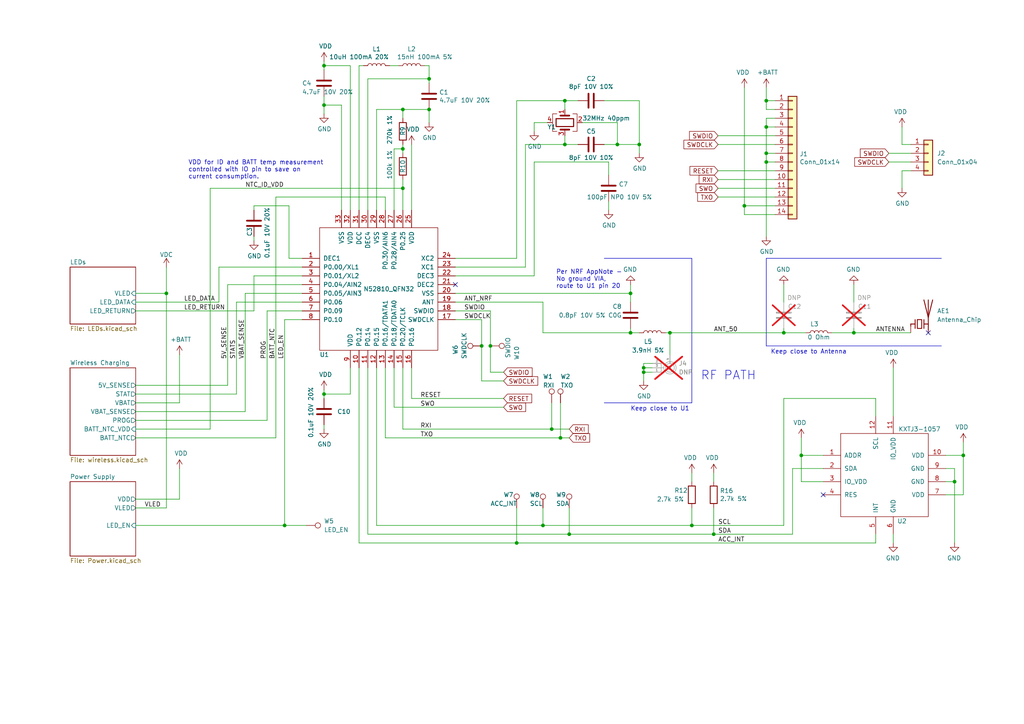
<source format=kicad_sch>
(kicad_sch (version 20230121) (generator eeschema)
  (paper "A4")
  (title_block (title "Pixels D20 Schematic, Main") (date "2021-06-23") (rev "2") (company "Systemic Games, LLC"))
  (lib_symbols
    (symbol "Connector_Generic:Conn_01x04" (pin_names (offset 1.016) hide)
      (property "Reference" "J" (at 0 5.08 0))
      (property "Value" "Conn_01x04" (at 0 -7.62 0))
      (symbol "Conn_01x04_1_1"
        (rectangle (start -1.27 -4.953) (end 0 -5.207) (stroke (width 0.1524)))
        (rectangle (start -1.27 -2.413) (end 0 -2.667) (stroke (width 0.1524)))
        (rectangle (start -1.27 0.127) (end 0 -0.127) (stroke (width 0.1524)))
        (rectangle (start -1.27 2.667) (end 0 2.413) (stroke (width 0.1524)))
        (rectangle (start -1.27 3.81) (end 1.27 -6.35) (stroke (width 0.254)) (fill (type background)))
        (pin passive line (at -5.08 2.54 0) (length 3.81) (name "Pin_1") (number "1"))
        (pin passive line (at -5.08 0 0) (length 3.81) (name "Pin_2") (number "2"))
        (pin passive line (at -5.08 -2.54 0) (length 3.81) (name "Pin_3") (number "3"))
        (pin passive line (at -5.08 -5.08 0) (length 3.81) (name "Pin_4") (number "4"))
      )
    )
    (symbol "Connector_Generic:Conn_01x14" (pin_names (offset 1.016) hide)
      (property "Reference" "J" (at 0 17.78 0))
      (property "Value" "Conn_01x14" (at 0 -20.32 0))
      (symbol "Conn_01x14_1_1"
        (rectangle (start -1.27 -17.653) (end 0 -17.907) (stroke (width 0.1524)))
        (rectangle (start -1.27 -15.113) (end 0 -15.367) (stroke (width 0.1524)))
        (rectangle (start -1.27 -12.573) (end 0 -12.827) (stroke (width 0.1524)))
        (rectangle (start -1.27 -10.033) (end 0 -10.287) (stroke (width 0.1524)))
        (rectangle (start -1.27 -7.493) (end 0 -7.747) (stroke (width 0.1524)))
        (rectangle (start -1.27 -4.953) (end 0 -5.207) (stroke (width 0.1524)))
        (rectangle (start -1.27 -2.413) (end 0 -2.667) (stroke (width 0.1524)))
        (rectangle (start -1.27 0.127) (end 0 -0.127) (stroke (width 0.1524)))
        (rectangle (start -1.27 2.667) (end 0 2.413) (stroke (width 0.1524)))
        (rectangle (start -1.27 5.207) (end 0 4.953) (stroke (width 0.1524)))
        (rectangle (start -1.27 7.747) (end 0 7.493) (stroke (width 0.1524)))
        (rectangle (start -1.27 10.287) (end 0 10.033) (stroke (width 0.1524)))
        (rectangle (start -1.27 12.827) (end 0 12.573) (stroke (width 0.1524)))
        (rectangle (start -1.27 15.367) (end 0 15.113) (stroke (width 0.1524)))
        (rectangle (start -1.27 16.51) (end 1.27 -19.05) (stroke (width 0.254)) (fill (type background)))
        (pin passive line (at -5.08 15.24 0) (length 3.81) (name "Pin_1") (number "1"))
        (pin passive line (at -5.08 -7.62 0) (length 3.81) (name "Pin_10") (number "10"))
        (pin passive line (at -5.08 -10.16 0) (length 3.81) (name "Pin_11") (number "11"))
        (pin passive line (at -5.08 -12.7 0) (length 3.81) (name "Pin_12") (number "12"))
        (pin passive line (at -5.08 -15.24 0) (length 3.81) (name "Pin_13") (number "13"))
        (pin passive line (at -5.08 -17.78 0) (length 3.81) (name "Pin_14") (number "14"))
        (pin passive line (at -5.08 12.7 0) (length 3.81) (name "Pin_2") (number "2"))
        (pin passive line (at -5.08 10.16 0) (length 3.81) (name "Pin_3") (number "3"))
        (pin passive line (at -5.08 7.62 0) (length 3.81) (name "Pin_4") (number "4"))
        (pin passive line (at -5.08 5.08 0) (length 3.81) (name "Pin_5") (number "5"))
        (pin passive line (at -5.08 2.54 0) (length 3.81) (name "Pin_6") (number "6"))
        (pin passive line (at -5.08 0 0) (length 3.81) (name "Pin_7") (number "7"))
        (pin passive line (at -5.08 -2.54 0) (length 3.81) (name "Pin_8") (number "8"))
        (pin passive line (at -5.08 -5.08 0) (length 3.81) (name "Pin_9") (number "9"))
      )
    )
    (symbol "Device:Antenna_Chip" (pin_numbers hide) (pin_names (offset 1.016) hide)
      (property "Reference" "AE" (at 0 5.08 0))
      (property "Value" "Antenna_Chip" (at 0 3.175 0))
      (symbol "Antenna_Chip_0_1"
        (polyline (pts (xy -2.54 0) (xy -2.54 -0.635)) (stroke (width 0.254)))
        (polyline (pts (xy -2.54 0) (xy -1.27 0)) (stroke (width 0.254)))
        (polyline (pts (xy 1.27 0) (xy 2.54 0)) (stroke (width 0.254)))
        (polyline (pts (xy 1.27 1.27) (xy 1.27 -1.27)) (stroke (width 0.254)))
        (polyline (pts (xy 2.54 -0.635) (xy 2.54 0)))
        (polyline (pts (xy 2.54 6.985) (xy 2.54 -1.905)) (stroke (width 0.254)))
        (polyline (pts (xy -1.27 1.27) (xy -1.27 -1.27) (xy -1.27 0)) (stroke (width 0.254)))
        (polyline (pts (xy 3.81 6.985) (xy 2.54 1.905) (xy 1.27 6.985)) (stroke (width 0.254)))
        (polyline (pts (xy -0.635 1.27) (xy 0.635 1.27) (xy 0.635 -1.27) (xy -0.635 -1.27) (xy -0.635 1.27)) (stroke (width 0.254)))
      )
      (symbol "Antenna_Chip_1_1"
        (pin input line (at -2.54 -2.54 90) (length 2.54) (name "FEED") (number "1"))
        (pin passive line (at 2.54 -2.54 90) (length 2.54) (name "PCB_Trace") (number "2"))
      )
    )
    (symbol "Device:C" (pin_numbers hide) (pin_names (offset 0.254))
      (property "Reference" "C" (at 0.635 2.54 0))
      (property "Value" "C" (at 0.635 -2.54 0))
      (symbol "C_0_1"
        (polyline (pts (xy -2.032 -0.762) (xy 2.032 -0.762)) (stroke (width 0.508)))
        (polyline (pts (xy -2.032 0.762) (xy 2.032 0.762)) (stroke (width 0.508)))
      )
      (symbol "C_1_1"
        (pin passive line (at 0 3.81 270) (length 2.794) (name "~") (number "1"))
        (pin passive line (at 0 -3.81 90) (length 2.794) (name "~") (number "2"))
      )
    )
    (symbol "Device:Crystal_GND24" (pin_names (offset 1.016) hide)
      (property "Reference" "Y" (at 3.175 5.08 0))
      (property "Value" "Crystal_GND24" (at 3.175 3.175 0))
      (symbol "Crystal_GND24_0_1"
        (rectangle (start -1.143 2.54) (end 1.143 -2.54) (stroke (width 0.3048)))
        (polyline (pts (xy -2.54 0) (xy -2.032 0)))
        (polyline (pts (xy -2.032 -1.27) (xy -2.032 1.27)) (stroke (width 0.508)))
        (polyline (pts (xy 0 -3.81) (xy 0 -3.556)))
        (polyline (pts (xy 0 3.556) (xy 0 3.81)))
        (polyline (pts (xy 2.032 -1.27) (xy 2.032 1.27)) (stroke (width 0.508)))
        (polyline (pts (xy 2.032 0) (xy 2.54 0)))
        (polyline (pts (xy -2.54 -2.286) (xy -2.54 -3.556) (xy 2.54 -3.556) (xy 2.54 -2.286)))
        (polyline (pts (xy -2.54 2.286) (xy -2.54 3.556) (xy 2.54 3.556) (xy 2.54 2.286)))
      )
      (symbol "Crystal_GND24_1_1"
        (pin passive line (at -3.81 0 0) (length 1.27) (name "1") (number "1"))
        (pin passive line (at 0 5.08 270) (length 1.27) (name "2") (number "2"))
        (pin passive line (at 3.81 0 180) (length 1.27) (name "3") (number "3"))
        (pin passive line (at 0 -5.08 90) (length 1.27) (name "4") (number "4"))
      )
    )
    (symbol "Device:L" (pin_numbers hide) (pin_names (offset 1.016) hide)
      (property "Reference" "L" (at -1.27 0 90))
      (property "Value" "L" (at 1.905 0 90))
      (symbol "L_0_1"
        (arc (start 0 -2.54) (mid 0.6323 -1.905) (end 0 -1.27))
        (arc (start 0 -1.27) (mid 0.6323 -0.635) (end 0 0))
        (arc (start 0 0) (mid 0.6323 0.635) (end 0 1.27))
        (arc (start 0 1.27) (mid 0.6323 1.905) (end 0 2.54))
      )
      (symbol "L_1_1"
        (pin passive line (at 0 3.81 270) (length 1.27) (name "1") (number "1"))
        (pin passive line (at 0 -3.81 90) (length 1.27) (name "2") (number "2"))
      )
    )
    (symbol "Device:R" (pin_numbers hide) (pin_names (offset 0))
      (property "Reference" "R" (at 2.032 0 90))
      (property "Value" "R" (at 0 0 90))
      (symbol "R_0_1"
        (rectangle (start -1.016 -2.54) (end 1.016 2.54) (stroke (width 0.254)))
      )
      (symbol "R_1_1"
        (pin passive line (at 0 3.81 270) (length 1.27) (name "~") (number "1"))
        (pin passive line (at 0 -3.81 90) (length 1.27) (name "~") (number "2"))
      )
    )
    (symbol "Pixels-dice:KXTJ3-1057" (pin_names (offset 1.016))
      (property "Reference" "U" (at 10.16 -12.7 0))
      (property "Value" "KXTJ3-1057" (at 8.89 13.97 0))
      (symbol "KXTJ3-1057_0_1"
        (rectangle (start -12.7 12.7) (end 12.7 -11.43))
      )
      (symbol "KXTJ3-1057_1_1"
        (pin input line (at -17.78 6.35 0) (length 5.08) (name "ADDR") (number "1"))
        (pin power_in line (at 17.78 6.35 180) (length 5.08) (name "VDD") (number "10"))
        (pin power_in line (at 2.54 17.78 270) (length 5.08) (name "IO_VDD") (number "11"))
        (pin input line (at -2.54 17.78 270) (length 5.08) (name "SCL") (number "12"))
        (pin bidirectional line (at -17.78 2.54 0) (length 5.08) (name "SDA") (number "2"))
        (pin power_in line (at -17.78 -1.27 0) (length 5.08) (name "IO_VDD") (number "3"))
        (pin passive line (at -17.78 -5.08 0) (length 5.08) (name "RES") (number "4"))
        (pin output line (at -2.54 -16.51 90) (length 5.08) (name "INT") (number "5"))
        (pin power_in line (at 2.54 -16.51 90) (length 5.08) (name "GND") (number "6"))
        (pin power_in line (at 17.78 -5.08 180) (length 5.08) (name "VDD") (number "7"))
        (pin power_in line (at 17.78 -1.27 180) (length 5.08) (name "GND") (number "8"))
        (pin power_in line (at 17.78 2.54 180) (length 5.08) (name "GND") (number "9"))
      )
    )
    (symbol "Pixels-dice:N52810_QFN32" (pin_names (offset 1.016))
      (property "Reference" "U" (at 13.97 -19.05 0))
      (property "Value" "N52810_QFN32" (at 2.54 0 0))
      (symbol "N52810_QFN32_0_1"
        (rectangle (start -17.78 17.78) (end 16.51 -17.78))
      )
      (symbol "N52810_QFN32_1_1"
        (pin power_out line (at -22.86 8.89 0) (length 5.08) (name "DEC1") (number "1"))
        (pin bidirectional line (at -6.35 -22.86 90) (length 5.08) (name "P0.12") (number "10"))
        (pin bidirectional line (at -3.81 -22.86 90) (length 5.08) (name "P0.14") (number "11"))
        (pin bidirectional line (at -1.27 -22.86 90) (length 5.08) (name "P0.15") (number "12"))
        (pin bidirectional line (at 1.27 -22.86 90) (length 5.08) (name "P0.16/TDATA1") (number "13"))
        (pin bidirectional line (at 3.81 -22.86 90) (length 5.08) (name "P0.18/TDATA0") (number "14"))
        (pin bidirectional line (at 6.35 -22.86 90) (length 5.08) (name "P0.20/TCLK") (number "15"))
        (pin bidirectional line (at 8.89 -22.86 90) (length 5.08) (name "P0.16") (number "16"))
        (pin bidirectional line (at 21.59 -8.89 180) (length 5.08) (name "SWDCLK") (number "17"))
        (pin bidirectional line (at 21.59 -6.35 180) (length 5.08) (name "SWDIO") (number "18"))
        (pin output line (at 21.59 -3.81 180) (length 5.08) (name "ANT") (number "19"))
        (pin bidirectional line (at -22.86 6.35 0) (length 5.08) (name "P0.00/XL1") (number "2"))
        (pin output line (at 21.59 -1.27 180) (length 5.08) (name "VSS") (number "20"))
        (pin output line (at 21.59 1.27 180) (length 5.08) (name "DEC2") (number "21"))
        (pin output line (at 21.59 3.81 180) (length 5.08) (name "DEC3") (number "22"))
        (pin output line (at 21.59 6.35 180) (length 5.08) (name "XC1") (number "23"))
        (pin input line (at 21.59 8.89 180) (length 5.08) (name "XC2") (number "24"))
        (pin power_in line (at 8.89 22.86 270) (length 5.08) (name "VDD") (number "25"))
        (pin bidirectional line (at 6.35 22.86 270) (length 5.08) (name "P0.25") (number "26"))
        (pin bidirectional line (at 3.81 22.86 270) (length 5.08) (name "P0.28/AIN4") (number "27"))
        (pin bidirectional line (at 1.27 22.86 270) (length 5.08) (name "P0.30/AIN6") (number "28"))
        (pin power_in line (at -1.27 22.86 270) (length 5.08) (name "VSS") (number "29"))
        (pin bidirectional line (at -22.86 3.81 0) (length 5.08) (name "P0.01/XL2") (number "3"))
        (pin output line (at -3.81 22.86 270) (length 5.08) (name "DEC4") (number "30"))
        (pin output line (at -6.35 22.86 270) (length 5.08) (name "DCC") (number "31"))
        (pin power_in line (at -8.89 22.86 270) (length 5.08) (name "VDD") (number "32"))
        (pin power_in line (at -11.43 22.86 270) (length 5.08) (name "VSS") (number "33"))
        (pin bidirectional line (at -22.86 1.27 0) (length 5.08) (name "P0.04/AIN2") (number "4"))
        (pin bidirectional line (at -22.86 -1.27 0) (length 5.08) (name "P0.05/AIN3") (number "5"))
        (pin bidirectional line (at -22.86 -3.81 0) (length 5.08) (name "P0.06") (number "6"))
        (pin bidirectional line (at -22.86 -6.35 0) (length 5.08) (name "P0.09") (number "7"))
        (pin bidirectional line (at -22.86 -8.89 0) (length 5.08) (name "P0.10") (number "8"))
        (pin power_in line (at -8.89 -22.86 90) (length 5.08) (name "VDD") (number "9"))
      )
    )
    (symbol "Pixels-dice:TEST_1P-conn" (pin_numbers hide) (pin_names (offset 0.762) hide)
      (property "Reference" "W" (at 0 6.858 0))
      (property "Value" "TEST_1P-conn" (at 0 5.08 0))
      (symbol "TEST_1P-conn_0_1"
        (circle (center 0 3.302) (radius 0.762))
      )
      (symbol "TEST_1P-conn_1_1"
        (pin passive line (at 0 0 90) (length 2.54) (name "1") (number "1"))
      )
    )
    (symbol "Pixels-dice:W.FL"
      (property "Reference" "J" (at 3.81 -1.27 0))
      (property "Value" "W.FL" (at 4.445 1.27 0))
      (symbol "W.FL_0_1"
        (polyline (pts (xy -1.27 -2.54) (xy 1.27 -2.54)))
        (polyline (pts (xy 0 -2.54) (xy 0 -1.905)))
        (circle (center 0 0) (radius 1.27))
        (circle (center 0 0) (radius 1.7961))
      )
      (symbol "W.FL_1_1"
        (pin passive line (at 1.27 -5.08 90) (length 2.54) (name "") (number "1"))
        (pin passive line (at -1.27 -5.08 90) (length 2.54) (name "") (number "2"))
        (pin passive line (at 0 -5.08 90) (length 2.54) (name "") (number "3"))
        (pin passive line (at -3.81 0 0) (length 2.54) (name "RF") (number "4"))
      )
    )
    (symbol "power:+BATT" (power) (pin_names (offset 0))
      (property "Value" "+BATT" (at 0 3.556 0))
      (symbol "+BATT_0_1"
        (polyline (pts (xy -0.762 1.27) (xy 0 2.54)))
        (polyline (pts (xy 0 0) (xy 0 2.54)))
        (polyline (pts (xy 0 2.54) (xy 0.762 1.27)))
      )
      (symbol "+BATT_1_1"
        (pin power_in line (at 0 0 90) (length 0) hide (name "+BATT") (number "1"))
      )
    )
    (symbol "power:GND" (power) (pin_names (offset 0))
      (property "Value" "GND" (at 0 -3.81 0))
      (symbol "GND_0_1"
        (polyline (pts (xy 0 0) (xy 0 -1.27) (xy 1.27 -1.27) (xy 0 -2.54) (xy -1.27 -1.27) (xy 0 -1.27)))
      )
      (symbol "GND_1_1"
        (pin power_in line (at 0 0 270) (length 0) hide (name "GND") (number "1"))
      )
    )
    (symbol "power:VDC" (power) (pin_names (offset 0))
      (property "Value" "VDC" (at 0 6.35 0))
      (symbol "VDC_0_1"
        (polyline (pts (xy -0.762 1.27) (xy 0 2.54)))
        (polyline (pts (xy 0 0) (xy 0 2.54)))
        (polyline (pts (xy 0 2.54) (xy 0.762 1.27)))
      )
      (symbol "VDC_1_1"
        (pin power_in line (at 0 0 90) (length 0) hide (name "VDC") (number "1"))
      )
    )
    (symbol "power:VDD" (power) (pin_names (offset 0))
      (property "Value" "VDD" (at 0 3.81 0))
      (symbol "VDD_0_1"
        (polyline (pts (xy -0.762 1.27) (xy 0 2.54)))
        (polyline (pts (xy 0 0) (xy 0 2.54)))
        (polyline (pts (xy 0 2.54) (xy 0.762 1.27)))
      )
      (symbol "VDD_1_1"
        (pin power_in line (at 0 0 90) (length 0) hide (name "VDD") (number "1"))
      )
    )
  )
  (junction (at 279.4 132.08))
  (junction (at 179.07 41.91))
  (junction (at 182.88 85.09))
  (junction (at 276.86 139.7))
  (junction (at 93.98 30.48))
  (junction (at 93.98 19.05))
  (junction (at 124.46 31.75))
  (junction (at 116.84 43.18))
  (junction (at 116.84 54.61))
  (junction (at 163.83 41.91))
  (junction (at 149.86 157.48))
  (junction (at 165.1 154.94))
  (junction (at 207.01 154.94))
  (junction (at 222.25 36.83))
  (junction (at 93.98 114.3))
  (junction (at 124.46 22.86))
  (junction (at 186.69 106.68))
  (junction (at 227.33 96.52))
  (junction (at 139.7 100.33))
  (junction (at 182.88 96.52))
  (junction (at 116.84 31.75))
  (junction (at 82.55 152.4))
  (junction (at 222.25 44.45))
  (junction (at 222.25 29.21))
  (junction (at 185.42 41.91))
  (junction (at 186.69 107.95))
  (junction (at 222.25 46.99))
  (junction (at 48.26 85.09))
  (junction (at 162.56 127))
  (junction (at 247.65 96.52))
  (junction (at 232.41 132.08))
  (junction (at 215.9 59.69))
  (junction (at 157.48 152.4))
  (junction (at 160.02 124.46))
  (junction (at 200.66 152.4))
  (junction (at 142.24 100.33))
  (junction (at 194.31 96.52))
  (junction (at 163.83 29.21))
  (no_connect (at 132.08 82.55))
  (no_connect (at 238.76 143.51))
  (no_connect (at 269.24 96.52))
  (wire (pts (xy 182.88 85.09) (xy 182.88 87.63)))
  (wire (pts (xy 99.06 30.48) (xy 93.98 30.48)))
  (wire (pts (xy 99.06 60.96) (xy 99.06 30.48)))
  (wire (pts (xy 186.69 106.68) (xy 186.69 107.95)))
  (wire (pts (xy 222.25 34.29) (xy 222.25 36.83)))
  (wire (pts (xy 207.01 137.16) (xy 207.01 139.7)))
  (wire (pts (xy 182.88 95.25) (xy 182.88 96.52)))
  (wire (pts (xy 60.96 54.61) (xy 60.96 124.46)))
  (wire (pts (xy 142.24 100.33) (xy 142.24 107.95)))
  (wire (pts (xy 149.86 147.32) (xy 149.86 157.48)))
  (wire (pts (xy 109.22 31.75) (xy 109.22 60.96)))
  (wire (pts (xy 179.07 35.56) (xy 179.07 41.91)))
  (wire (pts (xy 152.4 77.47) (xy 152.4 41.91)))
  (wire (pts (xy 93.98 19.05) (xy 93.98 20.32)))
  (wire (pts (xy 232.41 139.7) (xy 232.41 132.08)))
  (wire (pts (xy 279.4 143.51) (xy 274.32 143.51)))
  (wire (pts (xy 101.6 19.05) (xy 93.98 19.05)))
  (wire (pts (xy 175.26 41.91) (xy 179.07 41.91)))
  (wire (pts (xy 132.08 80.01) (xy 154.94 80.01)))
  (wire (pts (xy 139.7 110.49) (xy 146.05 110.49)))
  (wire (pts (xy 132.08 74.93) (xy 149.86 74.93)))
  (wire (pts (xy 238.76 135.89) (xy 229.87 135.89)))
  (wire (pts (xy 207.01 147.32) (xy 207.01 154.94)))
  (wire (pts (xy 247.65 82.55) (xy 247.65 87.63)))
  (wire (pts (xy 185.42 29.21) (xy 185.42 41.91)))
  (wire (pts (xy 224.79 46.99) (xy 222.25 46.99)))
  (wire (pts (xy 160.02 124.46) (xy 165.1 124.46)))
  (wire (pts (xy 163.83 29.21) (xy 167.64 29.21)))
  (wire (pts (xy 182.88 96.52) (xy 185.42 96.52)))
  (wire (pts (xy 259.08 154.94) (xy 259.08 157.48)))
  (wire (pts (xy 39.37 114.3) (xy 68.58 114.3)))
  (wire (pts (xy 186.69 105.41) (xy 186.69 106.68)))
  (wire (pts (xy 194.31 96.52) (xy 227.33 96.52)))
  (wire (pts (xy 182.88 82.55) (xy 182.88 85.09)))
  (wire (pts (xy 87.63 90.17) (xy 77.47 90.17)))
  (wire (pts (xy 208.28 41.91) (xy 224.79 41.91)))
  (wire (pts (xy 39.37 147.32) (xy 48.26 147.32)))
  (wire (pts (xy 215.9 59.69) (xy 215.9 62.23)))
  (wire (pts (xy 116.84 124.46) (xy 116.84 106.68)))
  (wire (pts (xy 227.33 82.55) (xy 227.33 87.63)))
  (wire (pts (xy 162.56 127) (xy 165.1 127)))
  (wire (pts (xy 80.01 57.15) (xy 111.76 57.15)))
  (wire (pts (xy 227.33 95.25) (xy 227.33 96.52)))
  (wire (pts (xy 111.76 57.15) (xy 111.76 60.96)))
  (wire (pts (xy 124.46 31.75) (xy 124.46 35.56)))
  (wire (pts (xy 39.37 111.76) (xy 66.04 111.76)))
  (wire (pts (xy 93.98 114.3) (xy 93.98 115.57)))
  (wire (pts (xy 149.86 157.48) (xy 254 157.48)))
  (wire (pts (xy 66.04 82.55) (xy 66.04 111.76)))
  (wire (pts (xy 224.79 59.69) (xy 215.9 59.69)))
  (wire (pts (xy 274.32 139.7) (xy 276.86 139.7)))
  (wire (pts (xy 149.86 74.93) (xy 149.86 29.21)))
  (wire (pts (xy 132.08 90.17) (xy 142.24 90.17)))
  (wire (pts (xy 114.3 106.68) (xy 114.3 118.11)))
  (wire (pts (xy 101.6 60.96) (xy 101.6 19.05)))
  (wire (pts (xy 73.66 80.01) (xy 87.63 80.01)))
  (wire (pts (xy 254 120.65) (xy 254 115.57)))
  (wire (pts (xy 222.25 31.75) (xy 224.79 31.75)))
  (wire (pts (xy 93.98 114.3) (xy 93.98 113.03)))
  (wire (pts (xy 227.33 96.52) (xy 233.68 96.52)))
  (wire (pts (xy 142.24 107.95) (xy 146.05 107.95)))
  (wire (pts (xy 222.25 29.21) (xy 222.25 31.75)))
  (wire (pts (xy 158.75 35.56) (xy 154.94 35.56)))
  (wire (pts (xy 160.02 116.84) (xy 160.02 124.46)))
  (wire (pts (xy 39.37 127) (xy 80.01 127)))
  (wire (pts (xy 77.47 90.17) (xy 77.47 121.92)))
  (wire (pts (xy 257.81 46.99) (xy 264.16 46.99)))
  (wire (pts (xy 87.63 77.47) (xy 63.5 77.47)))
  (wire (pts (xy 222.25 44.45) (xy 222.25 46.99)))
  (wire (pts (xy 124.46 22.86) (xy 124.46 24.13)))
  (wire (pts (xy 52.07 144.78) (xy 52.07 135.89)))
  (wire (pts (xy 116.84 31.75) (xy 116.84 34.29)))
  (wire (pts (xy 116.84 54.61) (xy 60.96 54.61)))
  (wire (pts (xy 104.14 60.96) (xy 104.14 19.05)))
  (wire (pts (xy 123.19 19.05) (xy 124.46 19.05)))
  (wire (pts (xy 124.46 22.86) (xy 106.68 22.86)))
  (wire (pts (xy 165.1 154.94) (xy 207.01 154.94)))
  (wire (pts (xy 261.62 49.53) (xy 264.16 49.53)))
  (wire (pts (xy 208.28 49.53) (xy 224.79 49.53)))
  (wire (pts (xy 232.41 132.08) (xy 238.76 132.08)))
  (wire (pts (xy 175.26 29.21) (xy 185.42 29.21)))
  (wire (pts (xy 132.08 87.63) (xy 157.48 87.63)))
  (wire (pts (xy 73.66 90.17) (xy 73.66 80.01)))
  (wire (pts (xy 222.25 36.83) (xy 222.25 44.45)))
  (wire (pts (xy 39.37 85.09) (xy 48.26 85.09)))
  (wire (pts (xy 274.32 135.89) (xy 276.86 135.89)))
  (wire (pts (xy 279.4 132.08) (xy 279.4 143.51)))
  (wire (pts (xy 114.3 43.18) (xy 116.84 43.18)))
  (wire (pts (xy 152.4 41.91) (xy 163.83 41.91)))
  (wire (pts (xy 232.41 132.08) (xy 232.41 127)))
  (wire (pts (xy 101.6 114.3) (xy 93.98 114.3)))
  (wire (pts (xy 111.76 127) (xy 162.56 127)))
  (polyline (pts (xy 222.25 100.33) (xy 273.05 100.33)))
  (wire (pts (xy 227.33 115.57) (xy 227.33 152.4)))
  (wire (pts (xy 241.3 96.52) (xy 247.65 96.52)))
  (wire (pts (xy 276.86 139.7) (xy 276.86 157.48)))
  (wire (pts (xy 200.66 137.16) (xy 200.66 139.7)))
  (wire (pts (xy 88.9 152.4) (xy 82.55 152.4)))
  (wire (pts (xy 189.23 105.41) (xy 186.69 105.41)))
  (wire (pts (xy 222.25 34.29) (xy 224.79 34.29)))
  (wire (pts (xy 163.83 41.91) (xy 167.64 41.91)))
  (wire (pts (xy 215.9 62.23) (xy 224.79 62.23)))
  (wire (pts (xy 222.25 46.99) (xy 222.25 68.58)))
  (polyline (pts (xy 222.25 74.93) (xy 273.05 74.93)))
  (wire (pts (xy 116.84 124.46) (xy 160.02 124.46)))
  (wire (pts (xy 176.53 46.99) (xy 176.53 50.8)))
  (wire (pts (xy 68.58 87.63) (xy 68.58 114.3)))
  (wire (pts (xy 119.38 106.68) (xy 119.38 115.57)))
  (wire (pts (xy 257.81 44.45) (xy 264.16 44.45)))
  (wire (pts (xy 208.28 57.15) (xy 224.79 57.15)))
  (wire (pts (xy 157.48 152.4) (xy 200.66 152.4)))
  (wire (pts (xy 68.58 87.63) (xy 87.63 87.63)))
  (wire (pts (xy 189.23 107.95) (xy 186.69 107.95)))
  (wire (pts (xy 39.37 124.46) (xy 60.96 124.46)))
  (wire (pts (xy 149.86 29.21) (xy 163.83 29.21)))
  (wire (pts (xy 139.7 100.33) (xy 139.7 110.49)))
  (wire (pts (xy 186.69 107.95) (xy 186.69 110.49)))
  (wire (pts (xy 39.37 144.78) (xy 52.07 144.78)))
  (wire (pts (xy 261.62 49.53) (xy 261.62 54.61)))
  (wire (pts (xy 109.22 106.68) (xy 109.22 152.4)))
  (wire (pts (xy 39.37 119.38) (xy 71.12 119.38)))
  (wire (pts (xy 124.46 19.05) (xy 124.46 22.86)))
  (wire (pts (xy 193.04 96.52) (xy 194.31 96.52)))
  (wire (pts (xy 116.84 54.61) (xy 116.84 60.96)))
  (wire (pts (xy 48.26 85.09) (xy 48.26 147.32)))
  (wire (pts (xy 200.66 152.4) (xy 227.33 152.4)))
  (wire (pts (xy 106.68 154.94) (xy 165.1 154.94)))
  (wire (pts (xy 82.55 152.4) (xy 39.37 152.4)))
  (wire (pts (xy 208.28 54.61) (xy 224.79 54.61)))
  (wire (pts (xy 63.5 87.63) (xy 39.37 87.63)))
  (wire (pts (xy 87.63 82.55) (xy 66.04 82.55)))
  (wire (pts (xy 116.84 52.07) (xy 116.84 54.61)))
  (wire (pts (xy 247.65 95.25) (xy 247.65 96.52)))
  (wire (pts (xy 261.62 36.83) (xy 261.62 41.91)))
  (wire (pts (xy 116.84 31.75) (xy 124.46 31.75)))
  (wire (pts (xy 119.38 41.91) (xy 119.38 60.96)))
  (wire (pts (xy 63.5 77.47) (xy 63.5 87.63)))
  (wire (pts (xy 104.14 19.05) (xy 105.41 19.05)))
  (polyline (pts (xy 200.66 74.93) (xy 200.66 116.84)))
  (wire (pts (xy 106.68 154.94) (xy 106.68 106.68)))
  (wire (pts (xy 104.14 157.48) (xy 149.86 157.48)))
  (wire (pts (xy 139.7 92.71) (xy 139.7 100.33)))
  (wire (pts (xy 168.91 35.56) (xy 179.07 35.56)))
  (wire (pts (xy 93.98 19.05) (xy 93.98 17.78)))
  (wire (pts (xy 93.98 30.48) (xy 93.98 33.02)))
  (wire (pts (xy 247.65 96.52) (xy 264.16 96.52)))
  (wire (pts (xy 48.26 85.09) (xy 48.26 77.47)))
  (wire (pts (xy 132.08 92.71) (xy 139.7 92.71)))
  (wire (pts (xy 165.1 147.32) (xy 165.1 154.94)))
  (wire (pts (xy 229.87 135.89) (xy 229.87 154.94)))
  (wire (pts (xy 224.79 44.45) (xy 222.25 44.45)))
  (wire (pts (xy 73.66 68.58) (xy 73.66 69.85)))
  (wire (pts (xy 146.05 115.57) (xy 119.38 115.57)))
  (wire (pts (xy 116.84 43.18) (xy 116.84 44.45)))
  (wire (pts (xy 222.25 25.4) (xy 222.25 29.21)))
  (wire (pts (xy 162.56 116.84) (xy 162.56 127)))
  (polyline (pts (xy 222.25 74.93) (xy 222.25 100.33)))
  (polyline (pts (xy 175.26 116.84) (xy 200.66 116.84)))
  (wire (pts (xy 157.48 147.32) (xy 157.48 152.4)))
  (polyline (pts (xy 175.26 74.93) (xy 200.66 74.93)))
  (wire (pts (xy 83.82 59.69) (xy 73.66 59.69)))
  (wire (pts (xy 194.31 96.52) (xy 194.31 102.87)))
  (wire (pts (xy 142.24 90.17) (xy 142.24 100.33)))
  (wire (pts (xy 157.48 96.52) (xy 182.88 96.52)))
  (wire (pts (xy 109.22 31.75) (xy 116.84 31.75)))
  (wire (pts (xy 279.4 128.27) (xy 279.4 132.08)))
  (wire (pts (xy 87.63 74.93) (xy 83.82 74.93)))
  (wire (pts (xy 82.55 92.71) (xy 87.63 92.71)))
  (wire (pts (xy 93.98 27.94) (xy 93.98 30.48)))
  (wire (pts (xy 154.94 46.99) (xy 154.94 80.01)))
  (wire (pts (xy 254 154.94) (xy 254 157.48)))
  (wire (pts (xy 106.68 22.86) (xy 106.68 60.96)))
  (wire (pts (xy 71.12 85.09) (xy 71.12 119.38)))
  (wire (pts (xy 179.07 41.91) (xy 185.42 41.91)))
  (wire (pts (xy 83.82 74.93) (xy 83.82 59.69)))
  (wire (pts (xy 207.01 154.94) (xy 229.87 154.94)))
  (wire (pts (xy 116.84 41.91) (xy 116.84 43.18)))
  (wire (pts (xy 132.08 85.09) (xy 182.88 85.09)))
  (wire (pts (xy 80.01 57.15) (xy 80.01 127)))
  (wire (pts (xy 39.37 116.84) (xy 52.07 116.84)))
  (wire (pts (xy 261.62 41.91) (xy 264.16 41.91)))
  (wire (pts (xy 104.14 106.68) (xy 104.14 157.48)))
  (wire (pts (xy 157.48 87.63) (xy 157.48 96.52)))
  (wire (pts (xy 176.53 58.42) (xy 176.53 60.96)))
  (wire (pts (xy 154.94 35.56) (xy 154.94 38.1)))
  (wire (pts (xy 114.3 43.18) (xy 114.3 60.96)))
  (wire (pts (xy 113.03 19.05) (xy 115.57 19.05)))
  (wire (pts (xy 185.42 41.91) (xy 185.42 44.45)))
  (wire (pts (xy 163.83 39.37) (xy 163.83 41.91)))
  (wire (pts (xy 208.28 39.37) (xy 224.79 39.37)))
  (wire (pts (xy 163.83 31.75) (xy 163.83 29.21)))
  (wire (pts (xy 39.37 90.17) (xy 73.66 90.17)))
  (wire (pts (xy 279.4 132.08) (xy 274.32 132.08)))
  (wire (pts (xy 254 115.57) (xy 227.33 115.57)))
  (wire (pts (xy 176.53 46.99) (xy 154.94 46.99)))
  (wire (pts (xy 238.76 139.7) (xy 232.41 139.7)))
  (wire (pts (xy 146.05 118.11) (xy 114.3 118.11)))
  (wire (pts (xy 77.47 121.92) (xy 39.37 121.92)))
  (wire (pts (xy 73.66 59.69) (xy 73.66 60.96)))
  (wire (pts (xy 224.79 36.83) (xy 222.25 36.83)))
  (wire (pts (xy 111.76 127) (xy 111.76 106.68)))
  (wire (pts (xy 215.9 25.4) (xy 215.9 59.69)))
  (wire (pts (xy 276.86 135.89) (xy 276.86 139.7)))
  (wire (pts (xy 259.08 106.68) (xy 259.08 120.65)))
  (wire (pts (xy 222.25 29.21) (xy 224.79 29.21)))
  (wire (pts (xy 132.08 77.47) (xy 152.4 77.47)))
  (wire (pts (xy 200.66 147.32) (xy 200.66 152.4)))
  (wire (pts (xy 101.6 106.68) (xy 101.6 114.3)))
  (wire (pts (xy 52.07 102.87) (xy 52.07 116.84)))
  (wire (pts (xy 87.63 85.09) (xy 71.12 85.09)))
  (wire (pts (xy 208.28 52.07) (xy 224.79 52.07)))
  (wire (pts (xy 82.55 92.71) (xy 82.55 152.4)))
  (wire (pts (xy 109.22 152.4) (xy 157.48 152.4)))
  (wire (pts (xy 189.23 106.68) (xy 186.69 106.68)))
  (wire (pts (xy 93.98 123.19) (xy 93.98 124.46)))
  (text "Per NRF AppNote -\nNo ground VIA,\nroute to U1 pin 20" (at 161.29 83.82 0) (effects (font (size 1.27 1.27)) (justify left bottom)))
  (text "Keep close to Antenna" (at 223.52 102.87 0) (effects (font (size 1.27 1.27)) (justify left bottom)))
  (text "RF PATH" (at 203.2 110.49 0) (effects (font (size 2.54 2.54)) (justify left bottom)))
  (text "VDD for ID and BATT temp measurement\ncontrolled with IO pin to save on\ncurrent consumption." (at 54.61 52.07 0) (effects (font (size 1.27 1.27)) (justify left bottom)))
  (text "Keep close to U1" (at 182.88 119.38 0) (effects (font (size 1.27 1.27)) (justify left bottom)))
  (label "TXO" (at 121.92 127 0))
  (label "ANT_NRF" (at 134.62 87.63 0))
  (label "ACC_INT" (at 208.28 157.48 0))
  (label "SWDCLK" (at 134.62 92.71 0))
  (label "VBAT_SENSE" (at 71.12 104.14 90))
  (label "PROG" (at 77.47 104.14 90))
  (label "5V_SENSE" (at 66.04 104.14 90))
  (label "BATT_NTC" (at 80.01 104.14 90))
  (label "ANT_50" (at 207.01 96.52 0))
  (label "SDA" (at 208.28 154.94 0))
  (label "ANTENNA" (at 254 96.52 0))
  (label "LED_EN" (at 82.55 104.14 90))
  (label "RXI" (at 121.92 124.46 0))
  (label "SWDIO" (at 134.62 90.17 0))
  (label "SWO" (at 121.92 118.11 0))
  (label "NTC_ID_VDD" (at 71.12 54.61 0))
  (label "LED_DATA" (at 53.34 87.63 0))
  (label "RESET" (at 121.92 115.57 0))
  (label "SCL" (at 208.28 152.4 0))
  (label "VLED" (at 41.91 147.32 0))
  (label "LED_RETURN" (at 53.34 90.17 0))
  (label "STATS" (at 68.58 104.14 90))
  (global_label "TXO" (shape input) (at 165.1 127 0) (property "Intersheetrefs" "${INTERSHEET_REFS}" (effects hide)))
  (global_label "SWDIO" (shape input) (at 257.81 44.45 180) (property "Intersheetrefs" "${INTERSHEET_REFS}" (effects hide)))
  (global_label "RESET" (shape input) (at 208.28 49.53 180) (property "Intersheetrefs" "${INTERSHEET_REFS}" (effects hide)))
  (global_label "SWDIO" (shape input) (at 146.05 107.95 0) (property "Intersheetrefs" "${INTERSHEET_REFS}" (effects hide)))
  (global_label "RXI" (shape input) (at 208.28 52.07 180) (property "Intersheetrefs" "${INTERSHEET_REFS}" (effects hide)))
  (global_label "SWO" (shape input) (at 146.05 118.11 0) (property "Intersheetrefs" "${INTERSHEET_REFS}" (effects hide)))
  (global_label "SWDCLK" (shape input) (at 146.05 110.49 0) (property "Intersheetrefs" "${INTERSHEET_REFS}" (effects hide)))
  (global_label "TXO" (shape input) (at 208.28 57.15 180) (property "Intersheetrefs" "${INTERSHEET_REFS}" (effects hide)))
  (global_label "RESET" (shape input) (at 146.05 115.57 0) (property "Intersheetrefs" "${INTERSHEET_REFS}" (effects hide)))
  (global_label "SWO" (shape input) (at 208.28 54.61 180) (property "Intersheetrefs" "${INTERSHEET_REFS}" (effects hide)))
  (global_label "RXI" (shape input) (at 165.1 124.46 0) (property "Intersheetrefs" "${INTERSHEET_REFS}" (effects hide)))
  (global_label "SWDCLK" (shape input) (at 208.28 41.91 180) (property "Intersheetrefs" "${INTERSHEET_REFS}" (effects hide)))
  (global_label "SWDIO" (shape input) (at 208.28 39.37 180) (property "Intersheetrefs" "${INTERSHEET_REFS}" (effects hide)))
  (global_label "SWDCLK" (shape input) (at 257.81 46.99 180) (property "Intersheetrefs" "${INTERSHEET_REFS}" (effects hide)))
  (symbol (lib_id "power:GND") (at 93.98 124.46 0) (unit 1)
    (property "Reference" "#PWR016" (effects hide))
    (property "Value" "GND" (at 94.107 128.8542 0))
  )
  (symbol (lib_id "power:VDD") (at 93.98 113.03 0) (unit 1)
    (property "Reference" "#PWR014" (effects hide))
    (property "Value" "VDD" (at 94.4118 108.6358 0))
  )
  (symbol (lib_id "Device:C") (at 93.98 119.38 0) (unit 1)
    (property "Reference" "C10" (at 97.79 119.38 0) (effects (justify left)))
    (property "Value" "0.1uF 10V 20%" (at 90.17 127 90) (effects (justify left)))
    (property "Footprint" "Pixels-dice:C_0402_1005Metric" (effects hide))
    (property "Generic OK" "YES" (effects hide))
    (property "Pixels Part Number" "SMD-C005" (effects hide))
    (property "Manufacturer" "Murata" (effects hide))
    (property "Manufacturer Part Number" "GRM155R61H104KE19D" (effects hide))
  )
  (symbol (lib_id "power:GND") (at 93.98 33.02 0) (unit 1)
    (property "Reference" "#PWR08" (effects hide))
    (property "Value" "GND" (at 94.107 37.4142 0))
  )
  (symbol (lib_id "power:VDD") (at 93.98 17.78 0) (unit 1)
    (property "Reference" "#PWR01" (effects hide))
    (property "Value" "VDD" (at 94.4118 13.3858 0))
  )
  (symbol (lib_id "Device:C") (at 93.98 24.13 0) (unit 1)
    (property "Reference" "C4" (at 87.63 24.13 0) (effects (justify left)))
    (property "Value" "4.7uF 10V 20%" (at 87.63 26.67 0) (effects (justify left)))
    (property "Footprint" "Pixels-dice:C_0402_1005Metric" (effects hide))
    (property "Generic OK" "YES" (effects hide))
    (property "Pixels Part Number" "SMD-C002" (effects hide))
    (property "Manufacturer" "Murata" (effects hide))
    (property "Manufacturer Part Number" "GRM155R61A475MEAAJ" (effects hide))
  )
  (symbol (lib_id "power:GND") (at 73.66 69.85 0) (unit 1)
    (property "Reference" "#PWR05" (effects hide))
    (property "Value" "GND" (at 73.787 74.2442 0))
  )
  (symbol (lib_id "Device:C") (at 73.66 64.77 0) (unit 1)
    (property "Reference" "C3" (at 72.39 68.58 90) (effects (justify left)))
    (property "Value" "0.1uF 10V 20%" (at 77.47 74.93 90) (effects (justify left)))
    (property "Footprint" "Pixels-dice:C_0402_1005Metric" (effects hide))
    (property "Generic OK" "YES" (effects hide))
    (property "Pixels Part Number" "SMD-C005" (effects hide))
    (property "Manufacturer" "Murata" (effects hide))
    (property "Manufacturer Part Number" "GRM155R61H104KE19D" (effects hide))
  )
  (symbol (lib_id "Device:L") (at 109.22 19.05 90) (unit 1)
    (property "Reference" "L1" (at 109.22 14.224 90))
    (property "Value" "10uH 100mA 20%" (at 104.14 16.51 90))
    (property "Footprint" "Inductor_SMD:L_0805_2012Metric" (effects hide))
    (property "Generic OK" "YES" (effects hide))
    (property "Pixels Part Number" "SMD-L001" (effects hide))
    (property "Manufacturer" "Murata" (effects hide))
    (property "Manufacturer Part Number" "LQM21FN100M80L" (effects hide))
  )
  (symbol (lib_id "Device:L") (at 119.38 19.05 90) (unit 1)
    (property "Reference" "L2" (at 119.38 14.224 90))
    (property "Value" "15nH 100mA 5%" (at 123.19 16.51 90))
    (property "Footprint" "Inductor_SMD:L_0402_1005Metric" (effects hide))
    (property "Generic OK" "YES" (effects hide))
    (property "Pixels Part Number" "SMD-L002" (effects hide))
    (property "Manufacturer" "Murata" (effects hide))
    (property "Manufacturer Part Number" "LQG15HS15NJ02D" (effects hide))
  )
  (symbol (lib_id "Device:C") (at 124.46 27.94 0) (unit 1)
    (property "Reference" "C1" (at 127.381 26.7716 0) (effects (justify left)))
    (property "Value" "4.7uF 10V 20%" (at 127.381 29.083 0) (effects (justify left)))
    (property "Footprint" "Pixels-dice:C_0402_1005Metric" (effects hide))
    (property "Generic OK" "YES" (effects hide))
    (property "Pixels Part Number" "SMD-C002" (effects hide))
    (property "Manufacturer" "Murata" (effects hide))
    (property "Manufacturer Part Number" "GRM155R61A475MEAAJ" (effects hide))
  )
  (symbol (lib_id "power:GND") (at 124.46 35.56 0) (unit 1)
    (property "Reference" "#PWR03" (effects hide))
    (property "Value" "GND" (at 124.587 39.9542 0))
  )
  (symbol (lib_id "Device:Crystal_GND24") (at 163.83 35.56 270) (unit 1)
    (property "Reference" "Y1" (at 158.75 36.83 90) (effects (justify left)))
    (property "Value" "32MHz 40ppm" (at 168.91 34.29 90) (effects (justify left)))
    (property "Footprint" "Pixels-dice:Crystal_SMD_2016-4Pin_2.0x1.6mm" (effects hide))
    (property "Generic OK" "YES" (effects hide))
    (property "Manufacturer" "Murata" (effects hide))
    (property "Manufacturer Part Number" "XRCGB32M000F2P00R0" (effects hide))
    (property "Pixels Part Number" "SMD-Y001" (effects hide))
  )
  (symbol (lib_id "Device:C") (at 171.45 29.21 270) (unit 1)
    (property "Reference" "C2" (at 171.45 22.8092 90))
    (property "Value" "8pF 10V 10%" (at 171.45 25.1206 90))
    (property "Footprint" "Pixels-dice:C_0402_1005Metric" (effects hide))
    (property "Generic OK" "YES" (effects hide))
    (property "Pixels Part Number" "SMD-C001" (effects hide))
    (property "Manufacturer" "Murata" (effects hide))
    (property "Manufacturer Part Number" "GRT1555C2A8R0DA02" (effects hide))
  )
  (symbol (lib_id "Device:C") (at 171.45 41.91 270) (unit 1)
    (property "Reference" "C5" (at 171.45 38.1 90))
    (property "Value" "8pF 10V 10%" (at 171.45 45.72 90))
    (property "Footprint" "Pixels-dice:C_0402_1005Metric" (effects hide))
    (property "Generic OK" "YES" (effects hide))
    (property "Pixels Part Number" "SMD-C001" (effects hide))
    (property "Manufacturer" "Murata" (effects hide))
    (property "Manufacturer Part Number" "GRT1555C2A8R0DA02" (effects hide))
  )
  (symbol (lib_id "power:GND") (at 185.42 44.45 0) (unit 1)
    (property "Reference" "#PWR09" (effects hide))
    (property "Value" "GND" (at 185.547 48.8442 0))
  )
  (symbol (lib_id "power:GND") (at 176.53 60.96 0) (unit 1)
    (property "Reference" "#PWR011" (effects hide))
    (property "Value" "GND" (at 176.657 65.3542 0))
  )
  (symbol (lib_id "Device:C") (at 176.53 54.61 0) (unit 1)
    (property "Reference" "C7" (at 179.451 53.4416 0) (effects (justify left)))
    (property "Value" "100pF NP0 10V 5%" (at 170.18 57.15 0) (effects (justify left)))
    (property "Footprint" "Pixels-dice:C_0402_1005Metric" (effects hide))
    (property "Generic OK" "YES" (effects hide))
    (property "Pixels Part Number" "SMD-C003" (effects hide))
    (property "Manufacturer" "Murata" (effects hide))
    (property "Manufacturer Part Number" "GCM1555C1H101JA16J" (effects hide))
  )
  (symbol (lib_id "power:GND") (at 154.94 38.1 0) (unit 1)
    (property "Reference" "#PWR06" (effects hide))
    (property "Value" "GND" (at 155.067 42.4942 0))
  )
  (symbol (lib_id "power:VDD") (at 52.07 135.89 0) (unit 1)
    (property "Reference" "#PWR021" (effects hide))
    (property "Value" "VDD" (at 52.5018 131.4958 0))
  )
  (symbol (lib_id "Pixels-dice:TEST_1P-conn") (at 160.02 116.84 0) (unit 1)
    (property "Reference" "W1" (at 157.48 109.22 0) (effects (justify left)))
    (property "Value" "RXI" (at 157.48 111.76 0) (effects (justify left)))
    (property "Footprint" "Pixels-dice:TEST_PIN" (effects hide))
    (property "Generic OK" "N/A" (effects hide))
  )
  (symbol (lib_id "Pixels-dice:TEST_1P-conn") (at 162.56 116.84 0) (unit 1)
    (property "Reference" "W2" (at 162.56 109.22 0) (effects (justify left)))
    (property "Value" "TXO" (at 162.56 111.76 0) (effects (justify left)))
    (property "Footprint" "Pixels-dice:TEST_PIN" (effects hide))
    (property "Generic OK" "N/A" (effects hide))
  )
  (symbol (lib_id "Pixels-dice:TEST_1P-conn") (at 88.9 152.4 270) (unit 1)
    (property "Reference" "W5" (at 93.98 151.13 90) (effects (justify left)))
    (property "Value" "LED_EN" (at 93.98 153.67 90) (effects (justify left)))
    (property "Footprint" "Pixels-dice:TEST_PIN" (effects hide))
    (property "Generic OK" "N/A" (effects hide))
  )
  (symbol (lib_id "Pixels-dice:TEST_1P-conn") (at 149.86 147.32 0) (unit 1)
    (property "Reference" "W7" (at 146.05 143.51 0) (effects (justify left)))
    (property "Value" "ACC_INT" (at 142.24 146.05 0) (effects (justify left)))
    (property "Footprint" "Pixels-dice:TEST_PIN" (effects hide))
    (property "Generic OK" "N/A" (effects hide))
  )
  (symbol (lib_id "Pixels-dice:TEST_1P-conn") (at 157.48 147.32 0) (unit 1)
    (property "Reference" "W8" (at 153.67 143.51 0) (effects (justify left)))
    (property "Value" "SCL" (at 153.67 146.05 0) (effects (justify left)))
    (property "Footprint" "Pixels-dice:TEST_PIN" (effects hide))
    (property "Generic OK" "N/A" (effects hide))
  )
  (symbol (lib_id "Pixels-dice:TEST_1P-conn") (at 165.1 147.32 0) (unit 1)
    (property "Reference" "W9" (at 161.29 143.51 0) (effects (justify left)))
    (property "Value" "SDA" (at 161.29 146.05 0) (effects (justify left)))
    (property "Footprint" "Pixels-dice:TEST_PIN" (effects hide))
    (property "Generic OK" "N/A" (effects hide))
  )
  (symbol (lib_id "Pixels-dice:N52810_QFN32") (at 110.49 83.82 0) (unit 1)
    (property "Reference" "U1" (at 92.71 102.87 0) (effects (justify left)))
    (property "Value" "N52810_QFN32" (at 105.41 83.82 0) (effects (justify left)))
    (property "Footprint" "Package_DFN_QFN:QFN-32-1EP_5x5mm_P0.5mm_EP3.1x3.1mm" (effects hide))
    (property "Generic OK" "NO" (effects hide))
    (property "Manufacturer" "Nordic Semiconductor" (effects hide))
    (property "Manufacturer Part Number" "NRF52810-QCAA-R" (effects hide))
    (property "Pixels Part Number" "SMD-U001" (effects hide))
  )
  (symbol (lib_id "power:VDD") (at 119.38 41.91 0) (unit 1)
    (property "Reference" "#PWR04" (effects hide))
    (property "Value" "VDD" (at 119.8118 37.5158 0))
  )
  (symbol (lib_id "Connector_Generic:Conn_01x14") (at 229.87 44.45 0) (unit 1)
    (property "Reference" "J1" (at 231.902 44.6532 0) (effects (justify left)))
    (property "Value" "Conn_01x14" (at 231.902 46.9646 0) (effects (justify left)))
    (property "Footprint" "Pixels-dice:FPC_14" (effects hide))
    (property "Generic OK" "N/A" (effects hide))
  )
  (symbol (lib_id "power:+BATT") (at 222.25 25.4 0) (unit 1)
    (property "Reference" "#PWR07" (effects hide))
    (property "Value" "+BATT" (at 222.631 21.0058 0))
  )
  (symbol (lib_id "power:VDD") (at 215.9 25.4 0) (mirror y) (unit 1)
    (property "Reference" "#PWR02" (effects hide))
    (property "Value" "VDD" (at 215.4682 21.0058 0))
  )
  (symbol (lib_id "power:GND") (at 222.25 68.58 0) (unit 1)
    (property "Reference" "#PWR013" (effects hide))
    (property "Value" "GND" (at 222.377 72.9742 0))
  )
  (symbol (lib_id "Device:R") (at 116.84 48.26 0) (unit 1)
    (property "Reference" "R10" (at 116.84 48.26 90))
    (property "Value" "100k 1%" (at 113.03 52.07 90) (effects (justify left)))
    (property "Footprint" "Resistor_SMD:R_0402_1005Metric" (effects hide))
    (property "Generic OK" "YES" (effects hide))
    (property "Pixels Part Number" "SMD-R006" (effects hide))
    (property "Manufacturer" "UNI-ROYAL(Uniroyal Elec)" (effects hide))
    (property "Manufacturer Part Number" "0402WGF1003TCE" (effects hide))
  )
  (symbol (lib_id "Device:R") (at 116.84 38.1 0) (unit 1)
    (property "Reference" "R9" (at 116.84 39.37 90) (effects (justify left)))
    (property "Value" "270k 1%" (at 113.03 41.91 90) (effects (justify left)))
    (property "Footprint" "Resistor_SMD:R_0402_1005Metric" (effects hide))
    (property "Generic OK" "YES" (effects hide))
    (property "Pixels Part Number" "SMD-R006" (effects hide))
    (property "Manufacturer" "UNI-ROYAL(Uniroyal Elec)" (effects hide))
    (property "Manufacturer Part Number" "0402WGF2703TCE" (effects hide))
  )
  (symbol (lib_id "Device:R") (at 200.66 143.51 0) (unit 1)
    (property "Reference" "R12" (at 195.58 142.24 0) (effects (justify left)))
    (property "Value" "2.7k 5%" (at 190.5 144.78 0) (effects (justify left)))
    (property "Footprint" "Resistor_SMD:R_0402_1005Metric" (effects hide))
    (property "Generic OK" "YES" (effects hide))
    (property "Manufacturer" "UNI-ROYAL(Uniroyal Elec)" (effects hide))
    (property "Manufacturer Part Number" "0402WGJ0272TCE" (effects hide))
    (property "Pixels Part Number" "SMD-R021" (effects hide))
  )
  (symbol (lib_id "Device:R") (at 207.01 143.51 0) (unit 1)
    (property "Reference" "R16" (at 208.788 142.3416 0) (effects (justify left)))
    (property "Value" "2.7k 5%" (at 208.788 144.653 0) (effects (justify left)))
    (property "Footprint" "Resistor_SMD:R_0402_1005Metric" (effects hide))
    (property "Generic OK" "YES" (effects hide))
    (property "Manufacturer" "UNI-ROYAL(Uniroyal Elec)" (effects hide))
    (property "Manufacturer Part Number" "0402WGJ0272TCE" (effects hide))
    (property "Pixels Part Number" "SMD-R021" (effects hide))
  )
  (symbol (lib_id "power:VDD") (at 207.01 137.16 0) (mirror y) (unit 1)
    (property "Reference" "#PWR046" (effects hide))
    (property "Value" "VDD" (at 206.5782 132.7658 0))
  )
  (symbol (lib_id "power:VDD") (at 200.66 137.16 0) (mirror y) (unit 1)
    (property "Reference" "#PWR045" (effects hide))
    (property "Value" "VDD" (at 200.2282 132.7658 0))
  )
  (symbol (lib_id "Pixels-dice:KXTJ3-1057") (at 256.54 138.43 0) (unit 1)
    (property "Reference" "U2" (at 261.62 151.13 0))
    (property "Value" "KXTJ3-1057" (at 266.7 124.46 0))
    (property "Footprint" "Package_LGA:LGA-12_2x2mm_P0.5mm" (effects hide))
    (property "Manufacturer" "Kionix" (effects hide))
    (property "Manufacturer Part Number" "KXTJ3-1057" (effects hide))
    (property "Pixels Part Number" "SMD-U002-ALT1" (effects hide))
    (property "Generic OK" "NO" (effects hide))
  )
  (symbol (lib_id "power:VDD") (at 279.4 128.27 0) (mirror y) (unit 1)
    (property "Reference" "#PWR037" (effects hide))
    (property "Value" "VDD" (at 278.9682 123.8758 0))
  )
  (symbol (lib_id "power:GND") (at 259.08 157.48 0) (mirror y) (unit 1)
    (property "Reference" "#PWR047" (effects hide))
    (property "Value" "GND" (at 258.953 161.8742 0))
  )
  (symbol (lib_id "power:GND") (at 276.86 157.48 0) (mirror y) (unit 1)
    (property "Reference" "#PWR048" (effects hide))
    (property "Value" "GND" (at 276.733 161.8742 0))
  )
  (symbol (lib_id "power:VDD") (at 259.08 106.68 0) (mirror y) (unit 1)
    (property "Reference" "#PWR015" (effects hide))
    (property "Value" "VDD" (at 258.6482 102.2858 0))
  )
  (symbol (lib_id "power:VDD") (at 232.41 127 0) (mirror y) (unit 1)
    (property "Reference" "#PWR023" (effects hide))
    (property "Value" "VDD" (at 231.9782 122.6058 0))
  )
  (symbol (lib_id "power:GND") (at 261.62 54.61 0) (unit 1)
    (property "Reference" "#PWR0123" (effects hide))
    (property "Value" "GND" (at 261.747 59.0042 0))
  )
  (symbol (lib_id "Device:L") (at 189.23 96.52 90) (unit 1)
    (property "Reference" "L5" (at 187.96 99.06 90))
    (property "Value" "3.9nH 5%" (at 187.96 101.6 90))
    (property "Footprint" "Pixels-dice:0402_RF" (effects hide))
    (property "Generic OK" "YES" (effects hide))
    (property "Manufacturer" "Murata" (effects hide))
    (property "Manufacturer Part Number" "LQG15HS3N9B02D" (effects hide))
  )
  (symbol (lib_id "Device:C") (at 182.88 91.44 180) (unit 1)
    (property "Reference" "C8" (at 180.34 88.9 0) (effects (justify left)))
    (property "Value" "0.8pF 10V 5% C0G" (at 180.34 91.44 0) (effects (justify left)))
    (property "Footprint" "Pixels-dice:0402_RF" (effects hide))
    (property "Generic OK" "YES" (effects hide))
    (property "Pixels Part Number" "SMD-C004" (effects hide))
    (property "Manufacturer" "Murata" (effects hide))
    (property "Manufacturer Part Number" "GJM1555C1HR80BB01" (effects hide))
  )
  (symbol (lib_id "Pixels-dice:W.FL") (at 194.31 106.68 270) (unit 1) (dnp yes)
    (property "Reference" "J4" (at 196.85 105.4099 90) (effects (justify left)))
    (property "Value" "DNP" (at 196.85 107.9499 90) (effects (justify left)))
    (property "Footprint" "RFFrontEnd:MFH3.RECE.20369.001E.01" (effects hide))
    (property "Generic OK" "N/A" (effects hide))
  )
  (symbol (lib_id "power:GND") (at 182.88 82.55 180) (unit 1)
    (property "Reference" "#PWR0127" (effects hide))
    (property "Value" "GND" (at 182.753 78.1558 0))
  )
  (symbol (lib_id "power:GND") (at 227.33 82.55 180) (unit 1)
    (property "Reference" "#PWR0124" (effects hide))
    (property "Value" "GND" (at 227.203 78.1558 0))
  )
  (symbol (lib_id "Connector_Generic:Conn_01x04") (at 269.24 44.45 0) (unit 1)
    (property "Reference" "J2" (at 271.78 44.4499 0) (effects (justify left)))
    (property "Value" "Conn_01x04" (at 271.78 46.9899 0) (effects (justify left)))
    (property "Footprint" "Pixels-dice:FPC-POGO-4" (effects hide))
    (property "Generic OK" "N/A" (effects hide))
  )
  (symbol (lib_id "Device:L") (at 237.49 96.52 90) (unit 1)
    (property "Reference" "L3" (at 236.22 93.98 90))
    (property "Value" "0 Ohm" (at 237.49 97.79 90))
    (property "Footprint" "Pixels-dice:0402_RF" (effects hide))
    (property "Generic OK" "YES" (effects hide))
    (property "Manufacturer" "UNI-ROYAL(Uniroyal Elec)" (effects hide))
    (property "Manufacturer Part Number" "0402WGJ0000TCE" (effects hide))
  )
  (symbol (lib_id "Device:Antenna_Chip") (at 266.7 93.98 0) (unit 1)
    (property "Reference" "AE1" (at 271.78 90.1699 0) (effects (justify left)))
    (property "Value" "Antenna_Chip" (at 271.78 92.7099 0) (effects (justify left)))
    (property "Footprint" "Pixels-dice:CHIP_ANT" (effects hide))
    (property "Generic OK" "NO" (effects hide))
    (property "Manufacturer" "Microgate" (effects hide))
    (property "Manufacturer Part Number" "MGMA3216H2450-A02" (effects hide))
  )
  (symbol (lib_id "Pixels-dice:TEST_1P-conn") (at 139.7 100.33 90) (unit 1)
    (property "Reference" "W6" (at 132.08 102.87 0) (effects (justify left)))
    (property "Value" "SWDCLK" (at 134.62 104.14 0) (effects (justify left)))
    (property "Footprint" "Pixels-dice:TEST_PIN" (effects hide))
    (property "Generic OK" "N/A" (effects hide))
  )
  (symbol (lib_id "Device:C") (at 227.33 91.44 180) (unit 1) (dnp yes)
    (property "Reference" "C12" (at 232.41 88.9 0) (effects (justify left)))
    (property "Value" "DNP" (at 232.41 86.36 0) (effects (justify left)))
    (property "Footprint" "Pixels-dice:0402_RF" (effects hide))
    (property "Generic OK" "YES" (effects hide))
  )
  (symbol (lib_id "Pixels-dice:TEST_1P-conn") (at 142.24 100.33 270) (unit 1)
    (property "Reference" "W10" (at 149.86 100.33 0) (effects (justify left)))
    (property "Value" "SWDIO" (at 147.32 97.79 0) (effects (justify left)))
    (property "Footprint" "Pixels-dice:TEST_PIN" (effects hide))
    (property "Generic OK" "N/A" (effects hide))
  )
  (symbol (lib_id "power:VDD") (at 261.62 36.83 0) (mirror y) (unit 1)
    (property "Reference" "#PWR0121" (effects hide))
    (property "Value" "VDD" (at 261.1882 32.4358 0))
  )
  (symbol (lib_id "power:GND") (at 247.65 82.55 180) (unit 1)
    (property "Reference" "#PWR0125" (effects hide))
    (property "Value" "GND" (at 247.523 78.1558 0))
  )
  (symbol (lib_id "power:GND") (at 186.69 110.49 0) (unit 1)
    (property "Reference" "#PWR0126" (effects hide))
    (property "Value" "GND" (at 186.817 114.8842 0))
  )
  (symbol (lib_id "power:VDC") (at 48.26 77.47 0) (unit 1)
    (property "Reference" "#PWR010" (effects hide))
    (property "Value" "VDC" (at 48.26 73.8655 0))
  )
  (symbol (lib_id "power:+BATT") (at 52.07 102.87 0) (unit 1)
    (property "Reference" "#PWR0143" (effects hide))
    (property "Value" "+BATT" (at 52.451 98.4758 0))
  )
  (symbol (lib_id "Device:C") (at 247.65 91.44 180) (unit 1) (dnp yes)
    (property "Reference" "C11" (at 252.73 88.9 0) (effects (justify left)))
    (property "Value" "DNP" (at 252.73 86.36 0) (effects (justify left)))
    (property "Footprint" "Pixels-dice:0402_RF" (effects hide))
    (property "Generic OK" "YES" (effects hide))
  )
  (sheet (at 20.32 139.7) (size 19.05 21.59)
    (property "Sheetname" "Power Supply" (at 20.32 138.9884 0) (effects (justify left bottom)))
    (property "Sheetfile" "Power.kicad_sch" (at 20.32 161.8746 0) (effects (justify left top)))
    (pin "VDD" output (at 39.37 144.78 0))
    (pin "VLED" output (at 39.37 147.32 0))
    (pin "LED_EN" input (at 39.37 152.4 0))
  )
  (sheet (at 20.32 77.47) (size 19.05 16.51)
    (property "Sheetname" "LEDs" (at 20.32 76.7584 0) (effects (justify left bottom)))
    (property "Sheetfile" "LEDs.kicad_sch" (at 20.32 94.5646 0) (effects (justify left top)))
    (pin "VLED" input (at 39.37 85.09 0))
    (pin "LED_DATA" input (at 39.37 87.63 0))
    (pin "LED_RETURN" output (at 39.37 90.17 0))
  )
  (sheet (at 20.32 106.68) (size 19.05 25.4) (stroke (width 0.1524))
    (property "Sheetname" "Wireless Charging" (at 20.32 105.9684 0) (effects (justify left bottom)))
    (property "Sheetfile" "wireless.kicad_sch" (at 20.32 132.6646 0) (effects (justify left top)))
    (pin "VBAT" output (at 39.37 116.84 0))
    (pin "STAT" output (at 39.37 114.3 0))
    (pin "5V_SENSE" output (at 39.37 111.76 0))
    (pin "VBAT_SENSE" output (at 39.37 119.38 0))
    (pin "PROG" output (at 39.37 121.92 0))
    (pin "BATT_NTC_VDD" input (at 39.37 124.46 0))
    (pin "BATT_NTC" output (at 39.37 127 0))
  )
)
</source>
